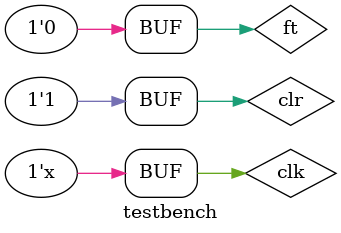
<source format=v>
`timescale 1ns / 1ns
module testbench();
reg clk;
reg ft;
reg clr;
wire [7:0]SEG;
wire fout;
wire [6:0]codeout;
wire dot;
wire [9:0]tH;
wire [9:0]T;
wire [3:0]q1,q2,q3,q4;

initial
begin
	clk=0;
	clr=0;
	//写个200KHz的信号，占空比20%
	ft=1;
	#10000
	ft=0;
	#40000
	clr=1;
	ft=1;
	#10000
	ft=0;
	#40000
	
	ft=1;
	#10000
	ft=0;
	#40000
	
	ft=1;
	#10000
	ft=0;
	#40000
	
	ft=1;
	#10000
	ft=0;
	#40000
	
	ft=1;
	#10000
	ft=0;
	#40000
	
	ft=1;
	#10000
	ft=0;
	#40000
	ft=1;
	#10000
	ft=0;
	#40000
	
	ft=1;
	#10000
	ft=0;
	#40000
	
	ft=1;
	#10000
	ft=0;
	#40000
	ft=1;
	#10000
	ft=0;
	#40000
	
	ft=1;
	#10000
	ft=0;
	#40000
	
	ft=1;
	#10000
	ft=0;
	#40000
	
	ft=1;
	#10000
	ft=0;
	#40000
	
	ft=1;
	#10000
	ft=0;
	#40000
	
	ft=1;
	#10000
	ft=0;
	#40000
	
	ft=1;
	#10000
	ft=0;
	#40000
	
	ft=1;
	#10000
	ft=0;
	#40000
	
	ft=1;
	#10000
	ft=0;
	#40000
	
	ft=1;
	#10000
	ft=0;
	#40000
	
	ft=1;
	#10000
	ft=0;
	#40000
	
	ft=1;
	#10000
	ft=0;
	#40000
	
	ft=1;
	#10000
	ft=0;
	#40000
	
	ft=1;
	#10000
	ft=0;
	#40000
	
	ft=1;
	#10000
	ft=0;
	#40000
	
	ft=1;
	#10000
	ft=0;
	#40000
	
	ft=1;
	#10000
	ft=0;
	#40000
	
	ft=1;
	#10000
	ft=0;
	#40000
	
	ft=1;
	#10000
	ft=0;
	#40000
	
	ft=1;
	#10000
	ft=0;
	#40000
	
	ft=1;
	#10000
	ft=0;
	#40000
	
	ft=1;
	#10000
	ft=0;

end

always #10 clk=~clk;

dcl_1778_8 test(
	.ft(ft),
	.clk(clk),
	.clr(clr),
	.SEG(SEG),
	.fout(fout),
	.codeout(codeout),
	.dot(dot),
	.tH(tH),
	.T(T),
	.q1(q1),
	.q2(q2),
	.q3(q3),
	.q4(q4)
);

endmodule
</source>
